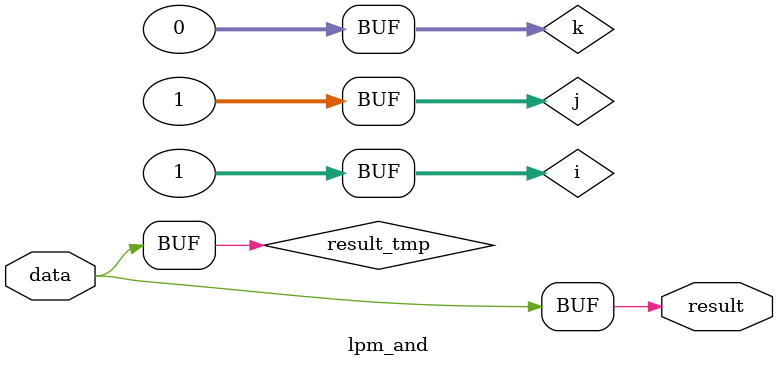
<source format=v>


// BEGINNING OF MODULE
`timescale 1 ps / 1 ps

// MODULE DECLARATION
/*verilator lint_off CASEX*/
/*verilator lint_off COMBDLY*/
/*verilator lint_off INITIALDLY*/
/*verilator lint_off LITENDIAN*/
/*verilator lint_off MULTIDRIVEN*/
/*verilator lint_off UNOPTFLAT*/
/*verilator lint_off BLKANDNBLK*/
module lpm_and (
    data,  // Data input to the AND gate. (Required)
    result // Result of the AND operators. (Required)
);

// GLOBAL PARAMETER DECLARATION
    // Width of the data[][] and result[] ports. Number of AND gates. (Required)
    parameter lpm_width = 1;
    // Number of inputs to each AND gate. Number of input buses. (Required)
    parameter lpm_size = 1;
    parameter lpm_type = "lpm_and";
    parameter lpm_hint = "UNUSED";

// INPUT PORT DECLARATION
    input  [(lpm_size * lpm_width)-1:0] data;

// OUTPUT PORT DECLARATION
    output [lpm_width-1:0] result;

// INTERNAL REGISTER/SIGNAL DECLARATION
    reg    [lpm_width-1:0] result_tmp;

// LOCAL INTEGER DECLARATION
    integer i;
    integer j;
    integer k;

// INITIAL CONSTRUCT BLOCK
    initial
    begin
        if (lpm_width <= 0)
        begin
            $display("Value of lpm_width parameter must be greater than 0(ERROR)");
            $display("Time: %0t  Instance: %m", $time);
            $finish;
        end

        if (lpm_size <= 0)
        begin
            $display("Value of lpm_size parameter must be greater than 0(ERROR)");
            $display("Time: %0t  Instance: %m", $time);
            $finish;
        end
    end

// ALWAYS CONSTRUCT BLOCK
    always @(data)
    begin
        for (i=0; i<lpm_width; i=i+1)
        begin
            result_tmp[i] = 1'b1;
            for (j=0; j<lpm_size; j=j+1)
            begin
                k = (j * lpm_width) + i;
                result_tmp[i] = result_tmp[i] & data[k];
            end
        end
    end

// CONTINOUS ASSIGNMENT
    assign result = result_tmp;
endmodule // lpm_and


</source>
